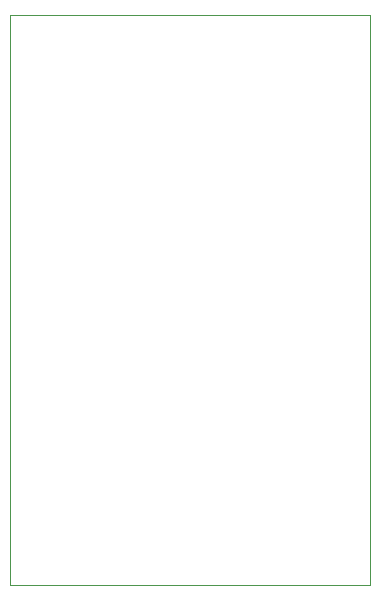
<source format=gbr>
%TF.GenerationSoftware,KiCad,Pcbnew,(7.0.0)*%
%TF.CreationDate,2024-08-26T11:17:35-04:00*%
%TF.ProjectId,nrf24l01_bob,6e726632-346c-4303-915f-626f622e6b69,rev?*%
%TF.SameCoordinates,Original*%
%TF.FileFunction,Profile,NP*%
%FSLAX46Y46*%
G04 Gerber Fmt 4.6, Leading zero omitted, Abs format (unit mm)*
G04 Created by KiCad (PCBNEW (7.0.0)) date 2024-08-26 11:17:35*
%MOMM*%
%LPD*%
G01*
G04 APERTURE LIST*
%TA.AperFunction,Profile*%
%ADD10C,0.100000*%
%TD*%
G04 APERTURE END LIST*
D10*
X123190000Y-127881000D02*
X123190000Y-79621000D01*
X153670000Y-127881000D02*
X123190000Y-127881000D01*
X153670000Y-79621000D02*
X153670000Y-127881000D01*
X123190000Y-79621000D02*
X153670000Y-79621000D01*
M02*

</source>
